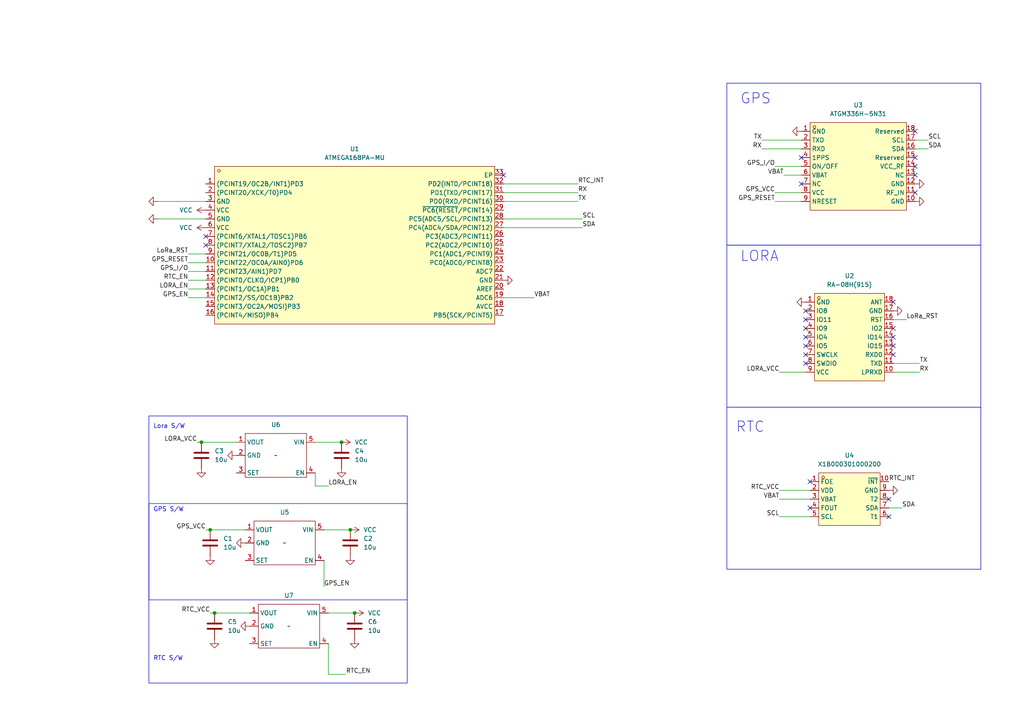
<source format=kicad_sch>
(kicad_sch (version 20230121) (generator eeschema)
  (paper "A4")
  (lib_symbols
    (symbol "Device:C" (pin_numbers hide) (pin_names (offset 0.254))
      (property "Reference" "C" (at 0.635 2.54 0))
      (property "Value" "C" (at 0.635 -2.54 0))
      (symbol "C_0_1"
        (polyline (pts (xy -2.032 -0.762) (xy 2.032 -0.762)) (stroke (width 0.508)))
        (polyline (pts (xy -2.032 0.762) (xy 2.032 0.762)) (stroke (width 0.508)))
      )
      (symbol "C_1_1"
        (pin passive line (at 0 3.81 270) (length 2.794) (name "~") (number "1"))
        (pin passive line (at 0 -3.81 90) (length 2.794) (name "~") (number "2"))
      )
    )
    (symbol "PARTS:ATGM336H-5N31"
      (property "Reference" "U" (at 0 15.24 0))
      (property "Value" "ATGM336H-5N31" (at 0 -15.24 0))
      (symbol "ATGM336H-5N31_0_1"
        (rectangle (start -13.97 12.7) (end 13.97 -12.7) (fill (type background)))
        (circle (center -12.7 11.43) (radius 0.38))
        (pin unspecified line (at -16.51 10.16 0) (length 2.54) (name "GND") (number "1"))
        (pin unspecified line (at 16.51 -10.16 180) (length 2.54) (name "GND") (number "10"))
        (pin unspecified line (at 16.51 -7.62 180) (length 2.54) (name "RF_IN") (number "11"))
        (pin unspecified line (at 16.51 -5.08 180) (length 2.54) (name "GND") (number "12"))
        (pin unspecified line (at 16.51 -2.54 180) (length 2.54) (name "NC") (number "13"))
        (pin unspecified line (at 16.51 0 180) (length 2.54) (name "VCC_RF") (number "14"))
        (pin unspecified line (at 16.51 2.54 180) (length 2.54) (name "Reserved") (number "15"))
        (pin unspecified line (at 16.51 5.08 180) (length 2.54) (name "SDA") (number "16"))
        (pin unspecified line (at 16.51 7.62 180) (length 2.54) (name "SCL") (number "17"))
        (pin unspecified line (at 16.51 10.16 180) (length 2.54) (name "Reserved") (number "18"))
        (pin unspecified line (at -16.51 7.62 0) (length 2.54) (name "TXD") (number "2"))
        (pin unspecified line (at -16.51 5.08 0) (length 2.54) (name "RXD") (number "3"))
        (pin unspecified line (at -16.51 2.54 0) (length 2.54) (name "1PPS") (number "4"))
        (pin unspecified line (at -16.51 0 0) (length 2.54) (name "ON/OFF") (number "5"))
        (pin unspecified line (at -16.51 -2.54 0) (length 2.54) (name "VBAT") (number "6"))
        (pin unspecified line (at -16.51 -5.08 0) (length 2.54) (name "NC") (number "7"))
        (pin unspecified line (at -16.51 -7.62 0) (length 2.54) (name "VCC") (number "8"))
        (pin unspecified line (at -16.51 -10.16 0) (length 2.54) (name "NRESET") (number "9"))
      )
    )
    (symbol "PARTS:ATMEGA168PA-MU"
      (property "Reference" "U" (at 0 25.4 0))
      (property "Value" "ATMEGA168PA-MU" (at 0 -25.4 0))
      (symbol "ATMEGA168PA-MU_0_1"
        (rectangle (start -40.64 22.86) (end 40.64 -22.86) (fill (type background)))
        (circle (center -39.37 21.59) (radius 0.38))
        (pin unspecified line (at -43.18 17.78 0) (length 2.54) (name "(PCINT19/OC2B/INT1)PD3") (number "1"))
        (pin unspecified line (at -43.18 -5.08 0) (length 2.54) (name "(PCINT22/OC0A/AIN0)PD6") (number "10"))
        (pin unspecified line (at -43.18 -7.62 0) (length 2.54) (name "(PCINT23/AIN1)PD7") (number "11"))
        (pin unspecified line (at -43.18 -10.16 0) (length 2.54) (name "(PCINT0/CLKO/ICP1)PB0") (number "12"))
        (pin unspecified line (at -43.18 -12.7 0) (length 2.54) (name "(PCINT1/OC1A)PB1") (number "13"))
        (pin unspecified line (at -43.18 -15.24 0) (length 2.54) (name "(PCINT2/SS/OC1B)PB2") (number "14"))
        (pin unspecified line (at -43.18 -17.78 0) (length 2.54) (name "(PCINT3/OC2A/MOSI)PB3") (number "15"))
        (pin unspecified line (at -43.18 -20.32 0) (length 2.54) (name "(PCINT4/MISO)PB4") (number "16"))
        (pin unspecified line (at 43.18 -20.32 180) (length 2.54) (name "PB5(SCK/PCINT5)") (number "17"))
        (pin unspecified line (at 43.18 -17.78 180) (length 2.54) (name "AVCC") (number "18"))
        (pin unspecified line (at 43.18 -15.24 180) (length 2.54) (name "ADC6") (number "19"))
        (pin unspecified line (at -43.18 15.24 0) (length 2.54) (name "(PCINT20/XCK/T0)PD4") (number "2"))
        (pin unspecified line (at 43.18 -12.7 180) (length 2.54) (name "AREF") (number "20"))
        (pin unspecified line (at 43.18 -10.16 180) (length 2.54) (name "GND") (number "21"))
        (pin unspecified line (at 43.18 -7.62 180) (length 2.54) (name "ADC7") (number "22"))
        (pin unspecified line (at 43.18 -5.08 180) (length 2.54) (name "PC0(ADC0/PCINT8)") (number "23"))
        (pin unspecified line (at 43.18 -2.54 180) (length 2.54) (name "PC1(ADC1/PCINT9)") (number "24"))
        (pin unspecified line (at 43.18 0 180) (length 2.54) (name "PC2(ADC2/PCINT10)") (number "25"))
        (pin unspecified line (at 43.18 2.54 180) (length 2.54) (name "PC3(ADC3/PCINT11)") (number "26"))
        (pin unspecified line (at 43.18 5.08 180) (length 2.54) (name "PC4(ADC4/SDA/PCINT12)") (number "27"))
        (pin unspecified line (at 43.18 7.62 180) (length 2.54) (name "PC5(ADC5/SCL/PCINT13)") (number "28"))
        (pin unspecified line (at 43.18 10.16 180) (length 2.54) (name "~{PC6(RESET}/PCINT14)") (number "29"))
        (pin unspecified line (at -43.18 12.7 0) (length 2.54) (name "GND") (number "3"))
        (pin unspecified line (at 43.18 12.7 180) (length 2.54) (name "PD0(RXD/PCINT16)") (number "30"))
        (pin unspecified line (at 43.18 15.24 180) (length 2.54) (name "PD1(TXD/PCINT17)") (number "31"))
        (pin unspecified line (at 43.18 17.78 180) (length 2.54) (name "PD2(INT0/PCINT18)") (number "32"))
        (pin unspecified line (at 43.18 20.32 180) (length 2.54) (name "EP") (number "33"))
        (pin unspecified line (at -43.18 10.16 0) (length 2.54) (name "VCC") (number "4"))
        (pin unspecified line (at -43.18 7.62 0) (length 2.54) (name "GND") (number "5"))
        (pin unspecified line (at -43.18 5.08 0) (length 2.54) (name "VCC") (number "6"))
        (pin unspecified line (at -43.18 2.54 0) (length 2.54) (name "(PCINT6/XTAL1/TOSC1)PB6") (number "7"))
        (pin unspecified line (at -43.18 0 0) (length 2.54) (name "(PCINT7/XTAL2/TOSC2)PB7") (number "8"))
        (pin unspecified line (at -43.18 -2.54 0) (length 2.54) (name "(PCINT21/OC0B/T1)PD5") (number "9"))
      )
    )
    (symbol "PARTS:MT9700"
      (property "Reference" "U" (at 0 0 0))
      (symbol "MT9700_0_0"
        (pin unspecified line (at -11.43 3.81 0) (length 2.54) (name "VOUT") (number "1"))
        (pin unspecified line (at -11.43 0 0) (length 2.54) (name "GND") (number "2"))
        (pin unspecified line (at -11.43 -5.08 0) (length 2.54) (name "SET") (number "3"))
        (pin unspecified line (at 11.43 -5.08 180) (length 2.54) (name "EN") (number "4"))
        (pin unspecified line (at 11.43 3.81 180) (length 2.54) (name "VIN") (number "5"))
      )
      (symbol "MT9700_0_1"
        (rectangle (start -8.89 6.35) (end 8.89 -6.35))
      )
    )
    (symbol "PARTS:RA-08H(915)"
      (property "Reference" "U" (at 0 15.24 0))
      (property "Value" "RA-08H(915)" (at 0 -15.24 0))
      (symbol "RA-08H(915)_0_1"
        (rectangle (start -10.16 12.7) (end 10.16 -12.7) (fill (type background)))
        (circle (center -8.89 11.43) (radius 0.38))
        (pin unspecified line (at -12.7 10.16 0) (length 2.54) (name "GND") (number "1"))
        (pin unspecified line (at 12.7 -10.16 180) (length 2.54) (name "LPRXD") (number "10"))
        (pin unspecified line (at 12.7 -7.62 180) (length 2.54) (name "TXD") (number "11"))
        (pin unspecified line (at 12.7 -5.08 180) (length 2.54) (name "RXD0") (number "12"))
        (pin unspecified line (at 12.7 -2.54 180) (length 2.54) (name "IO15") (number "13"))
        (pin unspecified line (at 12.7 0 180) (length 2.54) (name "IO14") (number "14"))
        (pin unspecified line (at 12.7 2.54 180) (length 2.54) (name "IO2") (number "15"))
        (pin unspecified line (at 12.7 5.08 180) (length 2.54) (name "RST") (number "16"))
        (pin unspecified line (at 12.7 7.62 180) (length 2.54) (name "GND") (number "17"))
        (pin unspecified line (at 12.7 10.16 180) (length 2.54) (name "ANT") (number "18"))
        (pin unspecified line (at -12.7 7.62 0) (length 2.54) (name "IO8") (number "2"))
        (pin unspecified line (at -12.7 5.08 0) (length 2.54) (name "IO11") (number "3"))
        (pin unspecified line (at -12.7 2.54 0) (length 2.54) (name "IO9") (number "4"))
        (pin unspecified line (at -12.7 0 0) (length 2.54) (name "IO4") (number "5"))
        (pin unspecified line (at -12.7 -2.54 0) (length 2.54) (name "IO5") (number "6"))
        (pin unspecified line (at -12.7 -5.08 0) (length 2.54) (name "SWCLK") (number "7"))
        (pin unspecified line (at -12.7 -7.62 0) (length 2.54) (name "SWDIO") (number "8"))
        (pin unspecified line (at -12.7 -10.16 0) (length 2.54) (name "VCC") (number "9"))
      )
    )
    (symbol "PARTS:X1B000301000200"
      (property "Reference" "U" (at 0 10.16 0))
      (property "Value" "X1B000301000200" (at 0 -10.16 0))
      (symbol "X1B000301000200_0_1"
        (rectangle (start -8.89 7.62) (end 8.89 -7.62) (fill (type background)))
        (circle (center -7.62 6.35) (radius 0.38))
        (pin unspecified line (at -11.43 5.08 0) (length 2.54) (name "FOE") (number "1"))
        (pin unspecified line (at 11.43 5.08 180) (length 2.54) (name "~{INT}") (number "10"))
        (pin unspecified line (at -11.43 2.54 0) (length 2.54) (name "VDD") (number "2"))
        (pin unspecified line (at -11.43 0 0) (length 2.54) (name "VBAT") (number "3"))
        (pin unspecified line (at -11.43 -2.54 0) (length 2.54) (name "FOUT") (number "4"))
        (pin unspecified line (at -11.43 -5.08 0) (length 2.54) (name "SCL") (number "5"))
        (pin unspecified line (at 11.43 -5.08 180) (length 2.54) (name "T1") (number "6"))
        (pin unspecified line (at 11.43 -2.54 180) (length 2.54) (name "SDA") (number "7"))
        (pin unspecified line (at 11.43 0 180) (length 2.54) (name "T2") (number "8"))
        (pin unspecified line (at 11.43 2.54 180) (length 2.54) (name "GND") (number "9"))
      )
    )
    (symbol "power:GND" (power) (pin_names (offset 0))
      (property "Value" "GND" (at 0 -3.81 0))
      (symbol "GND_0_1"
        (polyline (pts (xy 0 0) (xy 0 -1.27) (xy 1.27 -1.27) (xy 0 -2.54) (xy -1.27 -1.27) (xy 0 -1.27)))
      )
      (symbol "GND_1_1"
        (pin power_in line (at 0 0 270) (length 0) hide (name "GND") (number "1"))
      )
    )
    (symbol "power:VCC" (power) (pin_names (offset 0))
      (property "Value" "VCC" (at 0 3.81 0))
      (symbol "VCC_0_1"
        (polyline (pts (xy -0.762 1.27) (xy 0 2.54)))
        (polyline (pts (xy 0 0) (xy 0 2.54)))
        (polyline (pts (xy 0 2.54) (xy 0.762 1.27)))
      )
      (symbol "VCC_1_1"
        (pin power_in line (at 0 0 90) (length 0) hide (name "VCC") (number "1"))
      )
    )
  )
  (junction (at 58.42 128.27))
  (junction (at 60.96 153.67))
  (junction (at 62.23 177.8))
  (junction (at 101.6 153.67))
  (junction (at 99.06 128.27))
  (junction (at 102.87 177.8))
  (no_connect (at 232.41 45.72))
  (no_connect (at 232.41 53.34))
  (no_connect (at 233.68 95.25))
  (no_connect (at 234.95 139.7))
  (no_connect (at 59.69 71.12))
  (no_connect (at 257.81 144.78))
  (no_connect (at 257.81 149.86))
  (no_connect (at 265.43 38.1))
  (no_connect (at 259.08 102.87))
  (no_connect (at 259.08 100.33))
  (no_connect (at 233.68 105.41))
  (no_connect (at 265.43 55.88))
  (no_connect (at 233.68 102.87))
  (no_connect (at 233.68 90.17))
  (no_connect (at 265.43 45.72))
  (no_connect (at 233.68 97.79))
  (no_connect (at 233.68 92.71))
  (no_connect (at 259.08 87.63))
  (no_connect (at 259.08 97.79))
  (no_connect (at 265.43 48.26))
  (no_connect (at 146.05 50.8))
  (no_connect (at 259.08 95.25))
  (no_connect (at 234.95 147.32))
  (no_connect (at 233.68 100.33))
  (no_connect (at 59.69 68.58))
  (no_connect (at 265.43 50.8))
  (wire (pts (xy 227.33 50.8) (xy 232.41 50.8)))
  (wire (pts (xy 167.64 55.88) (xy 146.05 55.88)))
  (wire (pts (xy 224.79 58.42) (xy 232.41 58.42)))
  (wire (pts (xy 93.98 153.67) (xy 101.6 153.67)))
  (wire (pts (xy 266.7 107.95) (xy 259.08 107.95)))
  (wire (pts (xy 226.06 149.86) (xy 234.95 149.86)))
  (wire (pts (xy 62.23 177.8) (xy 72.39 177.8)))
  (wire (pts (xy 154.94 86.36) (xy 146.05 86.36)))
  (wire (pts (xy 226.06 107.95) (xy 233.68 107.95)))
  (wire (pts (xy 220.98 43.18) (xy 232.41 43.18)))
  (wire (pts (xy 54.61 81.28) (xy 59.69 81.28)))
  (wire (pts (xy 54.61 73.66) (xy 59.69 73.66)))
  (wire (pts (xy 60.96 153.67) (xy 71.12 153.67)))
  (wire (pts (xy 91.44 140.97) (xy 91.44 137.16)))
  (wire (pts (xy 261.62 147.32) (xy 257.81 147.32)))
  (wire (pts (xy 54.61 86.36) (xy 59.69 86.36)))
  (wire (pts (xy 167.64 53.34) (xy 146.05 53.34)))
  (wire (pts (xy 224.79 48.26) (xy 232.41 48.26)))
  (wire (pts (xy 45.72 63.5) (xy 59.69 63.5)))
  (wire (pts (xy 167.64 58.42) (xy 146.05 58.42)))
  (wire (pts (xy 269.24 40.64) (xy 265.43 40.64)))
  (wire (pts (xy 269.24 43.18) (xy 265.43 43.18)))
  (wire (pts (xy 57.15 128.27) (xy 58.42 128.27)))
  (wire (pts (xy 95.25 177.8) (xy 102.87 177.8)))
  (wire (pts (xy 95.25 195.58) (xy 95.25 186.69)))
  (wire (pts (xy 95.25 140.97) (xy 91.44 140.97)))
  (wire (pts (xy 54.61 76.2) (xy 59.69 76.2)))
  (wire (pts (xy 168.91 63.5) (xy 146.05 63.5)))
  (wire (pts (xy 93.98 170.18) (xy 93.98 162.56)))
  (wire (pts (xy 266.7 105.41) (xy 259.08 105.41)))
  (wire (pts (xy 59.69 153.67) (xy 60.96 153.67)))
  (wire (pts (xy 226.06 144.78) (xy 234.95 144.78)))
  (wire (pts (xy 58.42 128.27) (xy 68.58 128.27)))
  (wire (pts (xy 91.44 128.27) (xy 99.06 128.27)))
  (wire (pts (xy 220.98 40.64) (xy 232.41 40.64)))
  (wire (pts (xy 226.06 142.24) (xy 234.95 142.24)))
  (wire (pts (xy 54.61 83.82) (xy 59.69 83.82)))
  (wire (pts (xy 168.91 66.04) (xy 146.05 66.04)))
  (wire (pts (xy 262.89 92.71) (xy 259.08 92.71)))
  (wire (pts (xy 54.61 78.74) (xy 59.69 78.74)))
  (wire (pts (xy 60.96 177.8) (xy 62.23 177.8)))
  (wire (pts (xy 45.72 58.42) (xy 59.69 58.42)))
  (wire (pts (xy 100.33 195.58) (xy 95.25 195.58)))
  (wire (pts (xy 224.79 55.88) (xy 232.41 55.88)))
  (rectangle (start 43.18 120.65) (end 118.11 198.12))
  (rectangle (start 210.82 24.13) (end 284.48 71.12))
  (rectangle (start 43.18 146.05) (end 118.11 173.99))
  (rectangle (start 210.82 118.11) (end 284.48 165.1))
  (rectangle (start 210.82 71.12) (end 284.48 118.11))
  (text "Lora S/W" (at 44.45 124.46 0) (effects (font (size 1.27 1.27)) (justify left bottom)))
  (text "RTC" (at 213.36 125.73 0) (effects (font (size 3 3)) (justify left bottom)))
  (text "RTC S/W" (at 44.45 191.77 0) (effects (font (size 1.27 1.27)) (justify left bottom)))
  (text "LORA" (at 214.63 76.2 0) (effects (font (size 3 3)) (justify left bottom)))
  (text "GPS S/W" (at 44.45 148.59 0) (effects (font (size 1.27 1.27)) (justify left bottom)))
  (text "GPS" (at 214.63 30.48 0) (effects (font (size 3 3)) (justify left bottom)))
  (label "GPS_VCC" (at 59.69 153.67 180))
  (label "SDA" (at 269.24 43.18 0))
  (label "SDA" (at 261.62 147.32 0))
  (label "LORA_EN" (at 95.25 140.97 0))
  (label "VBAT" (at 154.94 86.36 0))
  (label "SCL" (at 269.24 40.64 0))
  (label "GPS_RESET" (at 54.61 76.2 180))
  (label "TX" (at 220.98 40.64 180))
  (label "GPS_EN" (at 93.98 170.18 0))
  (label "LORA_VCC" (at 57.15 128.27 180))
  (label "GPS_RESET" (at 224.79 58.42 180))
  (label "LoRa_RST" (at 262.89 92.71 0))
  (label "RTC_VCC" (at 60.96 177.8 180))
  (label "SCL" (at 226.06 149.86 180))
  (label "RTC_VCC" (at 226.06 142.24 180))
  (label "RX" (at 266.7 107.95 0))
  (label "LORA_EN" (at 54.61 83.82 180))
  (label "RTC_INT" (at 167.64 53.34 0))
  (label "VBAT" (at 226.06 144.78 180))
  (label "GPS_I{slash}O" (at 54.61 78.74 180))
  (label "TX" (at 167.64 58.42 0))
  (label "SDA" (at 168.91 66.04 0))
  (label "LoRa_RST" (at 54.61 73.66 180))
  (label "LORA_VCC" (at 226.06 107.95 180))
  (label "VBAT" (at 227.33 50.8 180))
  (label "SCL" (at 168.91 63.5 0))
  (label "RX" (at 220.98 43.18 180))
  (label "TX" (at 266.7 105.41 0))
  (label "GPS_I{slash}O" (at 224.79 48.26 180))
  (label "GPS_VCC" (at 224.79 55.88 180))
  (label "GPS_EN" (at 54.61 86.36 180))
  (label "RTC_INT" (at 257.81 139.7 0))
  (label "RTC_EN" (at 54.61 81.28 180))
  (label "RTC_EN" (at 100.33 195.58 0))
  (label "RX" (at 167.64 55.88 0))
  (symbol (lib_id "PARTS:X1B000301000200") (at 246.38 144.78 0) (unit 1)
    (property "Reference" "U4" (at 246.38 132.08 0))
    (property "Value" "X1B000301000200" (at 246.38 134.62 0))
    (property "Footprint" "PARTS:RTC_BOARD" (effects hide))
  )
  (symbol (lib_id "Device:C") (at 58.42 132.08 0) (unit 1)
    (property "Reference" "C3" (at 62.23 130.81 0) (effects (justify left)))
    (property "Value" "10u" (at 62.23 133.35 0) (effects (justify left)))
    (property "Footprint" "Capacitor_SMD:C_0402_1005Metric" (effects hide))
  )
  (symbol (lib_id "power:GND") (at 146.05 81.28 90) (unit 1)
    (property "Reference" "#PWR08" (effects hide))
    (property "Value" "GND" (effects hide))
  )
  (symbol (lib_id "power:GND") (at 233.68 87.63 270) (unit 1)
    (property "Reference" "#PWR09" (effects hide))
    (property "Value" "GND" (effects hide))
  )
  (symbol (lib_id "power:GND") (at 102.87 185.42 0) (mirror y) (unit 1)
    (property "Reference" "#PWR023" (effects hide))
    (property "Value" "GND" (effects hide))
  )
  (symbol (lib_id "Device:C") (at 62.23 181.61 0) (unit 1)
    (property "Reference" "C5" (at 66.04 180.34 0) (effects (justify left)))
    (property "Value" "10u" (at 66.04 182.88 0) (effects (justify left)))
    (property "Footprint" "Capacitor_SMD:C_0402_1005Metric" (effects hide))
  )
  (symbol (lib_id "power:GND") (at 60.96 161.29 0) (mirror y) (unit 1)
    (property "Reference" "#PWR05" (effects hide))
    (property "Value" "GND" (effects hide))
  )
  (symbol (lib_id "PARTS:ATMEGA168PA-MU") (at 102.87 71.12 0) (unit 1)
    (property "Reference" "U1" (at 102.87 43.18 0))
    (property "Value" "ATMEGA168PA-MU" (at 102.87 45.72 0))
    (property "Footprint" "PARTS:168P_BOARD" (effects hide))
  )
  (symbol (lib_id "power:GND") (at 265.43 53.34 90) (unit 1)
    (property "Reference" "#PWR013" (effects hide))
    (property "Value" "GND" (effects hide))
  )
  (symbol (lib_id "power:GND") (at 101.6 161.29 0) (mirror y) (unit 1)
    (property "Reference" "#PWR015" (effects hide))
    (property "Value" "GND" (effects hide))
  )
  (symbol (lib_id "power:VCC") (at 99.06 128.27 270) (mirror x) (unit 1)
    (property "Reference" "#PWR018" (effects hide))
    (property "Value" "VCC" (at 102.87 128.27 90) (effects (justify left)))
  )
  (symbol (lib_id "power:GND") (at 265.43 58.42 90) (unit 1)
    (property "Reference" "#PWR014" (effects hide))
    (property "Value" "GND" (effects hide))
  )
  (symbol (lib_id "PARTS:ATGM336H-5N31") (at 248.92 48.26 0) (unit 1)
    (property "Reference" "U3" (at 248.92 30.48 0))
    (property "Value" "ATGM336H-5N31" (at 248.92 33.02 0))
    (property "Footprint" "PARTS:GPS_BOARD" (effects hide))
    (property "Datasheet" "https://lcsc.com/product-detail/GSM-GPRS-GPS-Modules_ATGM336H-5N-3X_C90770.html" (effects hide))
  )
  (symbol (lib_id "Device:C") (at 102.87 181.61 0) (unit 1)
    (property "Reference" "C6" (at 106.68 180.34 0) (effects (justify left)))
    (property "Value" "10u" (at 106.68 182.88 0) (effects (justify left)))
    (property "Footprint" "Capacitor_SMD:C_0402_1005Metric" (effects hide))
  )
  (symbol (lib_id "Device:C") (at 60.96 157.48 0) (unit 1)
    (property "Reference" "C1" (at 64.77 156.21 0) (effects (justify left)))
    (property "Value" "10u" (at 64.77 158.75 0) (effects (justify left)))
    (property "Footprint" "Capacitor_SMD:C_0402_1005Metric" (effects hide))
  )
  (symbol (lib_id "PARTS:RA-08H(915)") (at 246.38 97.79 0) (unit 1)
    (property "Reference" "U2" (at 246.38 80.01 0))
    (property "Value" "RA-08H(915)" (at 246.38 82.55 0))
    (property "Footprint" "PARTS:RA_08H-BREAKOUT" (effects hide))
  )
  (symbol (lib_id "power:GND") (at 58.42 135.89 0) (mirror y) (unit 1)
    (property "Reference" "#PWR016" (effects hide))
    (property "Value" "GND" (effects hide))
  )
  (symbol (lib_id "power:VCC") (at 59.69 60.96 90) (unit 1)
    (property "Reference" "#PWR01" (effects hide))
    (property "Value" "VCC" (at 55.88 60.96 90) (effects (justify left)))
  )
  (symbol (lib_id "power:GND") (at 72.39 181.61 270) (mirror x) (unit 1)
    (property "Reference" "#PWR021" (effects hide))
    (property "Value" "GND" (effects hide))
  )
  (symbol (lib_id "PARTS:MT9700") (at 80.01 132.08 0) (unit 1)
    (property "Reference" "U6" (at 80.01 123.19 0))
    (property "Value" "~" (at 80.01 132.08 0))
    (property "Footprint" "Package_TO_SOT_SMD:SOT-23-5" (effects hide))
    (property "LCSC Part" "C89855" (effects hide))
  )
  (symbol (lib_id "power:VCC") (at 101.6 153.67 270) (mirror x) (unit 1)
    (property "Reference" "#PWR03" (effects hide))
    (property "Value" "VCC" (at 105.41 153.67 90) (effects (justify left)))
  )
  (symbol (lib_id "Device:C") (at 99.06 132.08 0) (unit 1)
    (property "Reference" "C4" (at 102.87 130.81 0) (effects (justify left)))
    (property "Value" "10u" (at 102.87 133.35 0) (effects (justify left)))
    (property "Footprint" "Capacitor_SMD:C_0402_1005Metric" (effects hide))
  )
  (symbol (lib_id "power:GND") (at 68.58 132.08 270) (mirror x) (unit 1)
    (property "Reference" "#PWR017" (effects hide))
    (property "Value" "GND" (effects hide))
  )
  (symbol (lib_id "PARTS:MT9700") (at 83.82 181.61 0) (unit 1)
    (property "Reference" "U7" (at 83.82 172.72 0))
    (property "Value" "~" (at 83.82 181.61 0))
    (property "Footprint" "Package_TO_SOT_SMD:SOT-23-5" (effects hide))
    (property "LCSC Part" "C89855" (effects hide))
  )
  (symbol (lib_id "power:GND") (at 232.41 38.1 270) (mirror x) (unit 1)
    (property "Reference" "#PWR012" (effects hide))
    (property "Value" "GND" (effects hide))
  )
  (symbol (lib_id "power:GND") (at 45.72 63.5 270) (unit 1)
    (property "Reference" "#PWR06" (effects hide))
    (property "Value" "GND" (effects hide))
  )
  (symbol (lib_id "power:GND") (at 71.12 157.48 270) (mirror x) (unit 1)
    (property "Reference" "#PWR04" (effects hide))
    (property "Value" "GND" (effects hide))
  )
  (symbol (lib_id "power:GND") (at 259.08 90.17 90) (unit 1)
    (property "Reference" "#PWR010" (effects hide))
    (property "Value" "GND" (effects hide))
  )
  (symbol (lib_id "power:GND") (at 99.06 135.89 0) (mirror y) (unit 1)
    (property "Reference" "#PWR019" (effects hide))
    (property "Value" "GND" (effects hide))
  )
  (symbol (lib_id "PARTS:MT9700") (at 82.55 157.48 0) (unit 1)
    (property "Reference" "U5" (at 82.55 148.59 0))
    (property "Value" "~" (at 82.55 157.48 0))
    (property "Footprint" "Package_TO_SOT_SMD:SOT-23-5" (effects hide))
    (property "LCSC Part" "C89855" (effects hide))
  )
  (symbol (lib_id "Device:C") (at 101.6 157.48 0) (unit 1)
    (property "Reference" "C2" (at 105.41 156.21 0) (effects (justify left)))
    (property "Value" "10u" (at 105.41 158.75 0) (effects (justify left)))
    (property "Footprint" "Capacitor_SMD:C_0402_1005Metric" (effects hide))
  )
  (symbol (lib_id "power:VCC") (at 102.87 177.8 270) (mirror x) (unit 1)
    (property "Reference" "#PWR022" (effects hide))
    (property "Value" "VCC" (at 106.68 177.8 90) (effects (justify left)))
  )
  (symbol (lib_id "power:GND") (at 257.81 142.24 90) (unit 1)
    (property "Reference" "#PWR011" (effects hide))
    (property "Value" "GND" (effects hide))
  )
  (symbol (lib_id "power:VCC") (at 59.69 66.04 90) (unit 1)
    (property "Reference" "#PWR02" (effects hide))
    (property "Value" "VCC" (at 55.88 66.04 90) (effects (justify left)))
  )
  (symbol (lib_id "power:GND") (at 45.72 58.42 270) (unit 1)
    (property "Reference" "#PWR07" (effects hide))
    (property "Value" "GND" (effects hide))
  )
  (symbol (lib_id "power:GND") (at 62.23 185.42 0) (mirror y) (unit 1)
    (property "Reference" "#PWR020" (effects hide))
    (property "Value" "GND" (effects hide))
  )
)
</source>
